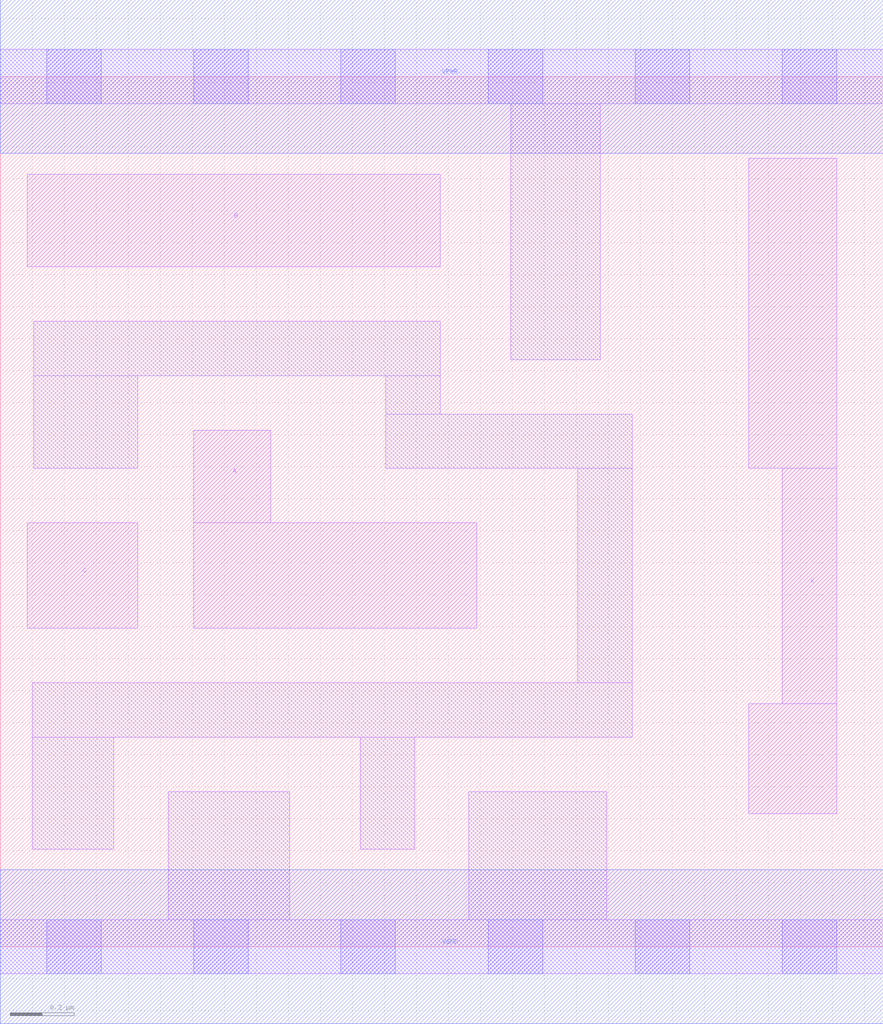
<source format=lef>
# Copyright 2020 The SkyWater PDK Authors
#
# Licensed under the Apache License, Version 2.0 (the "License");
# you may not use this file except in compliance with the License.
# You may obtain a copy of the License at
#
#     https://www.apache.org/licenses/LICENSE-2.0
#
# Unless required by applicable law or agreed to in writing, software
# distributed under the License is distributed on an "AS IS" BASIS,
# WITHOUT WARRANTIES OR CONDITIONS OF ANY KIND, either express or implied.
# See the License for the specific language governing permissions and
# limitations under the License.
#
# SPDX-License-Identifier: Apache-2.0

VERSION 5.7 ;
BUSBITCHARS "[]" ;
DIVIDERCHAR "/" ;
PROPERTYDEFINITIONS
  MACRO maskLayoutSubType STRING ;
  MACRO prCellType STRING ;
  MACRO originalViewName STRING ;
END PROPERTYDEFINITIONS
MACRO sky130_fd_sc_hdll__or3_1
  ORIGIN  0.000000  0.000000 ;
  CLASS CORE ;
  SYMMETRY X Y R90 ;
  SIZE  2.760000 BY  2.720000 ;
  SITE unithd ;
  PIN A
    ANTENNAGATEAREA  0.138600 ;
    DIRECTION INPUT ;
    USE SIGNAL ;
    PORT
      LAYER li1 ;
        RECT 0.605000 0.995000 1.490000 1.325000 ;
        RECT 0.605000 1.325000 0.845000 1.615000 ;
    END
  END A
  PIN B
    ANTENNAGATEAREA  0.138600 ;
    DIRECTION INPUT ;
    USE SIGNAL ;
    PORT
      LAYER li1 ;
        RECT 0.085000 2.125000 1.375000 2.415000 ;
    END
  END B
  PIN C
    ANTENNAGATEAREA  0.138600 ;
    DIRECTION INPUT ;
    USE SIGNAL ;
    PORT
      LAYER li1 ;
        RECT 0.085000 0.995000 0.430000 1.325000 ;
    END
  END C
  PIN VGND
    DIRECTION INOUT ;
    USE SIGNAL ;
    PORT
      LAYER met1 ;
        RECT 0.000000 -0.240000 2.760000 0.240000 ;
    END
  END VGND
  PIN VPWR
    DIRECTION INOUT ;
    USE SIGNAL ;
    PORT
      LAYER met1 ;
        RECT 0.000000 2.480000 2.760000 2.960000 ;
    END
  END VPWR
  PIN X
    ANTENNADIFFAREA  0.810200 ;
    DIRECTION OUTPUT ;
    USE SIGNAL ;
    PORT
      LAYER li1 ;
        RECT 2.340000 0.415000 2.615000 0.760000 ;
        RECT 2.340000 1.495000 2.615000 2.465000 ;
        RECT 2.445000 0.760000 2.615000 1.495000 ;
    END
  END X
  OBS
    LAYER li1 ;
      RECT 0.000000 -0.085000 2.760000 0.085000 ;
      RECT 0.000000  2.635000 2.760000 2.805000 ;
      RECT 0.100000  0.305000 0.355000 0.655000 ;
      RECT 0.100000  0.655000 1.975000 0.825000 ;
      RECT 0.105000  1.495000 0.430000 1.785000 ;
      RECT 0.105000  1.785000 1.375000 1.955000 ;
      RECT 0.525000  0.085000 0.905000 0.485000 ;
      RECT 1.125000  0.305000 1.295000 0.655000 ;
      RECT 1.205000  1.495000 1.975000 1.665000 ;
      RECT 1.205000  1.665000 1.375000 1.785000 ;
      RECT 1.465000  0.085000 1.895000 0.485000 ;
      RECT 1.595000  1.835000 1.875000 2.635000 ;
      RECT 1.805000  0.825000 1.975000 1.495000 ;
    LAYER mcon ;
      RECT 0.145000 -0.085000 0.315000 0.085000 ;
      RECT 0.145000  2.635000 0.315000 2.805000 ;
      RECT 0.605000 -0.085000 0.775000 0.085000 ;
      RECT 0.605000  2.635000 0.775000 2.805000 ;
      RECT 1.065000 -0.085000 1.235000 0.085000 ;
      RECT 1.065000  2.635000 1.235000 2.805000 ;
      RECT 1.525000 -0.085000 1.695000 0.085000 ;
      RECT 1.525000  2.635000 1.695000 2.805000 ;
      RECT 1.985000 -0.085000 2.155000 0.085000 ;
      RECT 1.985000  2.635000 2.155000 2.805000 ;
      RECT 2.445000 -0.085000 2.615000 0.085000 ;
      RECT 2.445000  2.635000 2.615000 2.805000 ;
  END
  PROPERTY maskLayoutSubType "abstract" ;
  PROPERTY prCellType "standard" ;
  PROPERTY originalViewName "layout" ;
END sky130_fd_sc_hdll__or3_1
END LIBRARY

</source>
